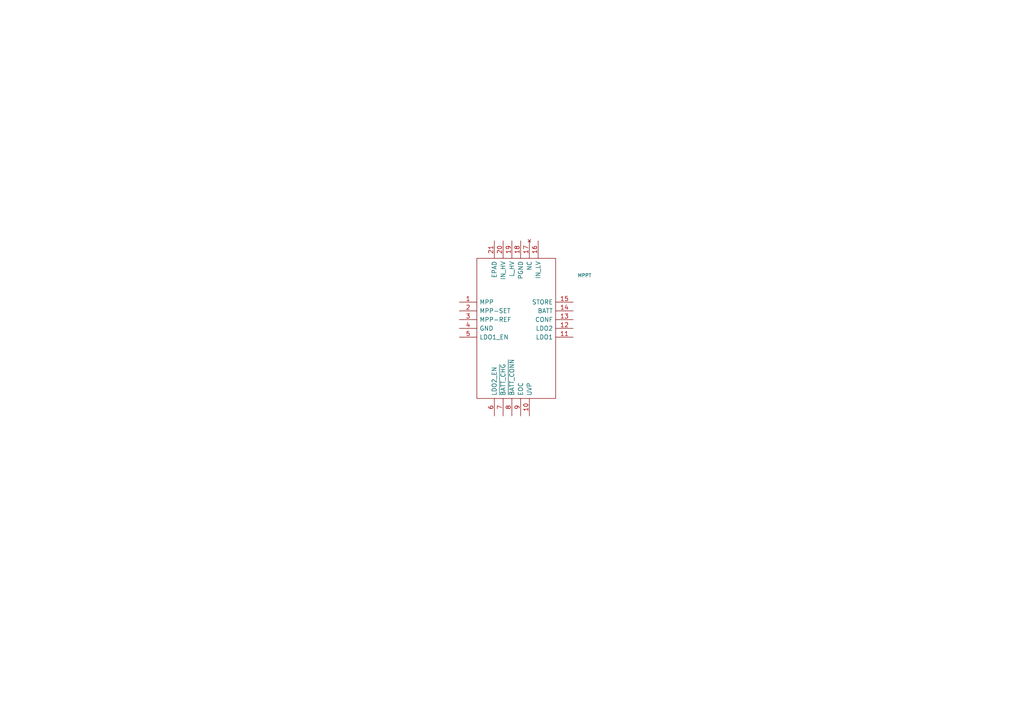
<source format=kicad_sch>
(kicad_sch (version 20211123) (generator eeschema)

  (uuid bd50f5e1-a977-4a97-8603-e70ea4a3d7b0)

  (paper "A4")

  (lib_symbols
    (symbol "SPV1050TTR:SPV1050TTR" (pin_names (offset 0.762)) (in_bom yes) (on_board yes)
      (property "Reference" "IC" (id 0) (at 29.21 17.78 0)
        (effects (font (size 1.27 1.27)) (justify left))
      )
      (property "Value" "SPV1050TTR" (id 1) (at 29.21 15.24 0)
        (effects (font (size 1.27 1.27)) (justify left))
      )
      (property "Footprint" "QFN40P300X300X100-21N-D" (id 2) (at 29.21 12.7 0)
        (effects (font (size 1.27 1.27)) (justify left) hide)
      )
      (property "Datasheet" "https://www.st.com/resource/en/datasheet/spv1050.pdf" (id 3) (at 29.21 10.16 0)
        (effects (font (size 1.27 1.27)) (justify left) hide)
      )
      (property "Description" "STMICROELECTRONICS - SPV1050TTR - BATT CHARGER, LITHIUM, 0.07A, VFQFPN-20" (id 4) (at 29.21 7.62 0)
        (effects (font (size 1.27 1.27)) (justify left) hide)
      )
      (property "Height" "1" (id 5) (at 29.21 5.08 0)
        (effects (font (size 1.27 1.27)) (justify left) hide)
      )
      (property "Manufacturer_Name" "STMicroelectronics" (id 6) (at 29.21 2.54 0)
        (effects (font (size 1.27 1.27)) (justify left) hide)
      )
      (property "Manufacturer_Part_Number" "SPV1050TTR" (id 7) (at 29.21 0 0)
        (effects (font (size 1.27 1.27)) (justify left) hide)
      )
      (property "Mouser Part Number" "511-SPV1050TTR" (id 8) (at 29.21 -2.54 0)
        (effects (font (size 1.27 1.27)) (justify left) hide)
      )
      (property "Mouser Price/Stock" "https://www.mouser.co.uk/ProductDetail/STMicroelectronics/SPV1050TTR?qs=4b8myOmUP%252BtjnNFr7g4Yxw%3D%3D" (id 9) (at 29.21 -5.08 0)
        (effects (font (size 1.27 1.27)) (justify left) hide)
      )
      (property "Arrow Part Number" "SPV1050TTR" (id 10) (at 29.21 -7.62 0)
        (effects (font (size 1.27 1.27)) (justify left) hide)
      )
      (property "Arrow Price/Stock" "https://www.arrow.com/en/products/spv1050ttr/stmicroelectronics?region=nac" (id 11) (at 29.21 -10.16 0)
        (effects (font (size 1.27 1.27)) (justify left) hide)
      )
      (property "ki_description" "STMICROELECTRONICS - SPV1050TTR - BATT CHARGER, LITHIUM, 0.07A, VFQFPN-20" (id 12) (at 0 0 0)
        (effects (font (size 1.27 1.27)) hide)
      )
      (symbol "SPV1050TTR_0_0"
        (pin passive line (at 0 0 0) (length 5.08)
          (name "MPP" (effects (font (size 1.27 1.27))))
          (number "1" (effects (font (size 1.27 1.27))))
        )
        (pin passive line (at 20.32 -33.02 90) (length 5.08)
          (name "UVP" (effects (font (size 1.27 1.27))))
          (number "10" (effects (font (size 1.27 1.27))))
        )
        (pin passive line (at 33.02 -10.16 180) (length 5.08)
          (name "LDO1" (effects (font (size 1.27 1.27))))
          (number "11" (effects (font (size 1.27 1.27))))
        )
        (pin passive line (at 33.02 -7.62 180) (length 5.08)
          (name "LDO2" (effects (font (size 1.27 1.27))))
          (number "12" (effects (font (size 1.27 1.27))))
        )
        (pin passive line (at 33.02 -5.08 180) (length 5.08)
          (name "CONF" (effects (font (size 1.27 1.27))))
          (number "13" (effects (font (size 1.27 1.27))))
        )
        (pin passive line (at 33.02 -2.54 180) (length 5.08)
          (name "BATT" (effects (font (size 1.27 1.27))))
          (number "14" (effects (font (size 1.27 1.27))))
        )
        (pin passive line (at 33.02 0 180) (length 5.08)
          (name "STORE" (effects (font (size 1.27 1.27))))
          (number "15" (effects (font (size 1.27 1.27))))
        )
        (pin passive line (at 22.86 17.78 270) (length 5.08)
          (name "IN_LV" (effects (font (size 1.27 1.27))))
          (number "16" (effects (font (size 1.27 1.27))))
        )
        (pin no_connect line (at 20.32 17.78 270) (length 5.08)
          (name "NC" (effects (font (size 1.27 1.27))))
          (number "17" (effects (font (size 1.27 1.27))))
        )
        (pin passive line (at 17.78 17.78 270) (length 5.08)
          (name "PGND" (effects (font (size 1.27 1.27))))
          (number "18" (effects (font (size 1.27 1.27))))
        )
        (pin passive line (at 15.24 17.78 270) (length 5.08)
          (name "L_HV" (effects (font (size 1.27 1.27))))
          (number "19" (effects (font (size 1.27 1.27))))
        )
        (pin passive line (at 0 -2.54 0) (length 5.08)
          (name "MPP-SET" (effects (font (size 1.27 1.27))))
          (number "2" (effects (font (size 1.27 1.27))))
        )
        (pin passive line (at 12.7 17.78 270) (length 5.08)
          (name "IN_HV" (effects (font (size 1.27 1.27))))
          (number "20" (effects (font (size 1.27 1.27))))
        )
        (pin passive line (at 10.16 17.78 270) (length 5.08)
          (name "EPAD" (effects (font (size 1.27 1.27))))
          (number "21" (effects (font (size 1.27 1.27))))
        )
        (pin passive line (at 0 -5.08 0) (length 5.08)
          (name "MPP-REF" (effects (font (size 1.27 1.27))))
          (number "3" (effects (font (size 1.27 1.27))))
        )
        (pin passive line (at 0 -7.62 0) (length 5.08)
          (name "GND" (effects (font (size 1.27 1.27))))
          (number "4" (effects (font (size 1.27 1.27))))
        )
        (pin passive line (at 0 -10.16 0) (length 5.08)
          (name "LDO1_EN" (effects (font (size 1.27 1.27))))
          (number "5" (effects (font (size 1.27 1.27))))
        )
        (pin passive line (at 10.16 -33.02 90) (length 5.08)
          (name "LDO2_EN" (effects (font (size 1.27 1.27))))
          (number "6" (effects (font (size 1.27 1.27))))
        )
        (pin passive line (at 12.7 -33.02 90) (length 5.08)
          (name "~{BATT_CHG}" (effects (font (size 1.27 1.27))))
          (number "7" (effects (font (size 1.27 1.27))))
        )
        (pin passive line (at 15.24 -33.02 90) (length 5.08)
          (name "~{BATT_CONN}" (effects (font (size 1.27 1.27))))
          (number "8" (effects (font (size 1.27 1.27))))
        )
        (pin passive line (at 17.78 -33.02 90) (length 5.08)
          (name "EOC" (effects (font (size 1.27 1.27))))
          (number "9" (effects (font (size 1.27 1.27))))
        )
      )
      (symbol "SPV1050TTR_0_1"
        (polyline
          (pts
            (xy 5.08 12.7)
            (xy 27.94 12.7)
            (xy 27.94 -27.94)
            (xy 5.08 -27.94)
            (xy 5.08 12.7)
          )
          (stroke (width 0.1524) (type default) (color 0 0 0 0))
          (fill (type none))
        )
      )
    )
  )


  (symbol (lib_id "SPV1050TTR:SPV1050TTR") (at 133.223 87.63 0) (unit 1)
    (in_bom yes) (on_board yes)
    (uuid c18c7470-d96d-46de-9094-2401f97d4efc)
    (property "Reference" "MPPT" (id 0) (at 169.545 79.883 0)
      (effects (font (size 1 1)))
    )
    (property "Value" "" (id 1) (at 169.545 82.423 0)
      (effects (font (size 1 1)))
    )
    (property "Footprint" "" (id 2) (at 162.433 74.93 0)
      (effects (font (size 1.27 1.27)) (justify left) hide)
    )
    (property "Datasheet" "https://www.st.com/resource/en/datasheet/spv1050.pdf" (id 3) (at 162.433 77.47 0)
      (effects (font (size 1.27 1.27)) (justify left) hide)
    )
    (property "Description" "STMICROELECTRONICS - SPV1050TTR - BATT CHARGER, LITHIUM, 0.07A, VFQFPN-20" (id 4) (at 162.433 80.01 0)
      (effects (font (size 1.27 1.27)) (justify left) hide)
    )
    (property "Height" "1" (id 5) (at 162.433 82.55 0)
      (effects (font (size 1.27 1.27)) (justify left) hide)
    )
    (property "Manufacturer_Name" "STMicroelectronics" (id 6) (at 162.433 85.09 0)
      (effects (font (size 1.27 1.27)) (justify left) hide)
    )
    (property "Manufacturer_Part_Number" "SPV1050TTR" (id 7) (at 162.433 87.63 0)
      (effects (font (size 1.27 1.27)) (justify left) hide)
    )
    (property "Mouser Part Number" "511-SPV1050TTR" (id 8) (at 162.433 90.17 0)
      (effects (font (size 1.27 1.27)) (justify left) hide)
    )
    (property "Mouser Price/Stock" "https://www.mouser.co.uk/ProductDetail/STMicroelectronics/SPV1050TTR?qs=4b8myOmUP%252BtjnNFr7g4Yxw%3D%3D" (id 9) (at 162.433 92.71 0)
      (effects (font (size 1.27 1.27)) (justify left) hide)
    )
    (property "Arrow Part Number" "SPV1050TTR" (id 10) (at 162.433 95.25 0)
      (effects (font (size 1.27 1.27)) (justify left) hide)
    )
    (property "Arrow Price/Stock" "https://www.arrow.com/en/products/spv1050ttr/stmicroelectronics?region=nac" (id 11) (at 162.433 97.79 0)
      (effects (font (size 1.27 1.27)) (justify left) hide)
    )
    (pin "1" (uuid 490b1702-21cd-4716-9cc1-e30910ae1c3b))
    (pin "10" (uuid 2033d7b6-4cc0-4336-8bd9-c7c08b32b525))
    (pin "11" (uuid c47d82eb-c856-4ee1-add6-b35687aaec61))
    (pin "12" (uuid 5d4a3872-21a9-4bba-ac39-c1ebb44249e1))
    (pin "13" (uuid 95b24033-514c-4a04-beb4-f2df1a1e07d0))
    (pin "14" (uuid d2fc9269-b393-404c-97f0-b5ac6b498c73))
    (pin "15" (uuid 938a8040-b935-468f-b0ee-91d3b01c8604))
    (pin "16" (uuid a8eb92a0-9390-4e2d-8f79-5f2136ab80e6))
    (pin "17" (uuid 11fd36e9-a417-4c7d-a339-308e91833c08))
    (pin "18" (uuid 173143fa-c3a6-46fd-a4e5-9b16cad50168))
    (pin "19" (uuid baeb66d9-b6eb-47de-8fc7-8af3f3d7b925))
    (pin "2" (uuid 9ceff1d0-d085-4d91-8214-27915983b2bb))
    (pin "20" (uuid 758120c6-0441-489a-a736-c2b19ea8dbc9))
    (pin "21" (uuid 44ad580a-84dd-4703-99be-81aab95898c3))
    (pin "3" (uuid e6fb63ea-e35c-400c-a5e5-b9d0c429975e))
    (pin "4" (uuid 09946ae8-ee53-492e-b1ad-da065191a201))
    (pin "5" (uuid d581f3ba-6cf1-4e36-ae60-12f588091559))
    (pin "6" (uuid 55e6e3ee-365c-4d55-9b96-cb4564d7b4bd))
    (pin "7" (uuid ab67f87f-5939-4f01-b38f-b5a35ccecf51))
    (pin "8" (uuid 402ffef1-f874-448d-9713-f1e4ac36b7ee))
    (pin "9" (uuid ea46ca14-a744-4653-8ed9-630ec90bee50))
  )
)

</source>
